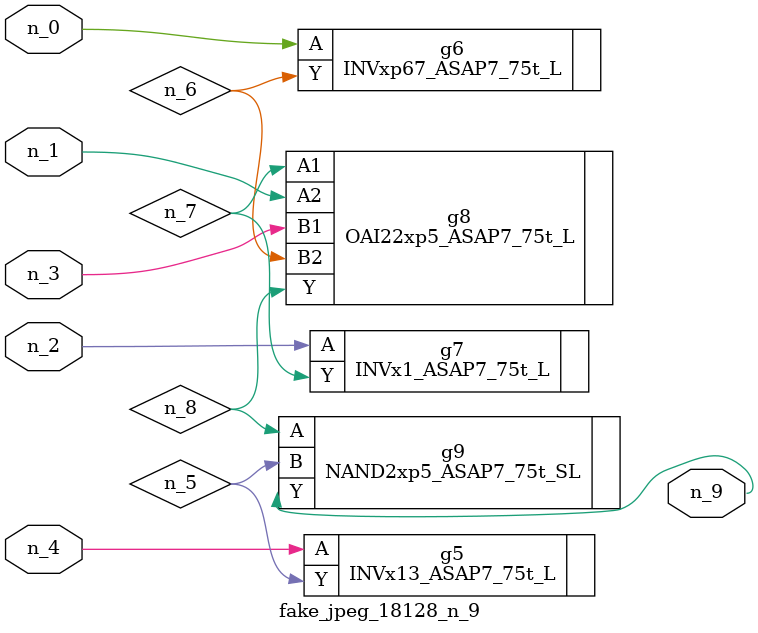
<source format=v>
module fake_jpeg_18128_n_9 (n_3, n_2, n_1, n_0, n_4, n_9);

input n_3;
input n_2;
input n_1;
input n_0;
input n_4;

output n_9;

wire n_8;
wire n_6;
wire n_5;
wire n_7;

INVx13_ASAP7_75t_L g5 ( 
.A(n_4),
.Y(n_5)
);

INVxp67_ASAP7_75t_L g6 ( 
.A(n_0),
.Y(n_6)
);

INVx1_ASAP7_75t_L g7 ( 
.A(n_2),
.Y(n_7)
);

OAI22xp5_ASAP7_75t_L g8 ( 
.A1(n_7),
.A2(n_1),
.B1(n_3),
.B2(n_6),
.Y(n_8)
);

NAND2xp5_ASAP7_75t_SL g9 ( 
.A(n_8),
.B(n_5),
.Y(n_9)
);


endmodule
</source>
